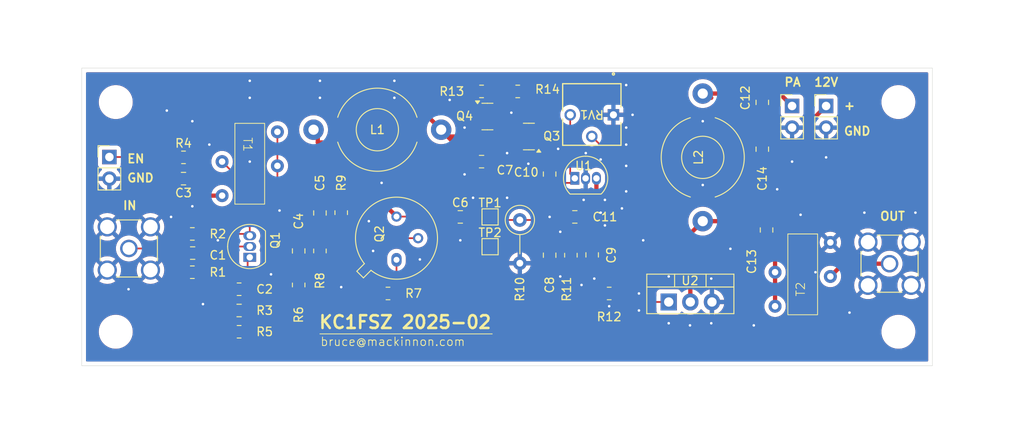
<source format=kicad_pcb>
(kicad_pcb (version 20240108) (generator "pcbnew") (generator_version "8.0")
  (title_block (title "5W PA + Driver") (date "2025-02-19") (rev "1") (company "Bruce MacKinnon, KC1FSZ") (comment 1 "Copyright (C) Bruce MacKinnon, 2025") (comment 2 "NOT FOR COMMERCIAL USE"))
  (layers (0 "F.Cu" signal) (31 "B.Cu" signal) (34 "B.Paste" user) (35 "F.Paste" user) (36 "B.SilkS" user "B.Silkscreen") (37 "F.SilkS" user "F.Silkscreen") (38 "B.Mask" user) (39 "F.Mask" user) (44 "Edge.Cuts" user))
  (net 0 "")
  (net 1 "Net-(J1-In)")
  (net 2 "Net-(Q1-B)")
  (net 3 "Net-(C2-Pad2)")
  (net 4 "Net-(Q1-E)")
  (net 5 "GND")
  (net 6 "Net-(Q2-B)")
  (net 7 "Net-(T1-AA)")
  (net 8 "Net-(C5-Pad2)")
  (net 9 "Net-(Q2-C)")
  (net 10 "DRIVE")
  (net 11 "+12V")
  (net 12 "Net-(C8-Pad2)")
  (net 13 "Net-(C9-Pad1)")
  (net 14 "Net-(U1-VO)")
  (net 15 "Net-(U2-D)")
  (net 16 "Net-(T2-AA)")
  (net 17 "Net-(J2-In)")
  (net 18 "Net-(Q1-C)")
  (net 19 "Net-(Q2-E)")
  (net 20 "Net-(U2-G)")
  (net 21 "VDD PA")
  (net 22 "/S1_VCC")
  (net 23 "+12V_SWITCHED")
  (net 24 "~{EN}")
  (net 25 "Net-(Q3-G)")
  (net 26 "Net-(Q4-E)")
  (footprint "Package_TO_SOT_SMD:SOT-23" (layer "F.Cu") (at 150.6875 75.7)
    (property "Reference" "Q4" (at -2.6875 -0.05 0) (layer "F.SilkS"))
    (property "Value" "MMBT3904")
    (pad "1" smd roundrect (at -0.9375 -0.95) (size 1.475 0.6) (layers "F.Cu" "F.Paste" "F.Mask") (net 24 "~{EN}"))
    (pad "2" smd roundrect (at -0.9375 0.95) (size 1.475 0.6) (layers "F.Cu" "F.Paste" "F.Mask") (net 26 "Net-(Q4-E)"))
    (pad "3" smd roundrect (at 0.9375 0) (size 1.475 0.6) (layers "F.Cu" "F.Paste" "F.Mask") (net 25 "Net-(Q3-G)"))
  )
  (footprint "Capacitor_SMD:C_0805_2012Metric_Pad1.18x1.45mm_HandSolder" (layer "F.Cu") (at 158 82.4625 90)
    (property "Reference" "C10" (at 0.2125 -2.75 180) (layer "F.SilkS"))
    (property "Value" "0.1uF")
    (pad "1" smd roundrect (at -1.0375 0 90) (size 1.175 1.45) (layers "F.Cu" "F.Paste" "F.Mask") (roundrect_rratio 0.212766) (net 14 "Net-(U1-VO)"))
    (pad "2" smd roundrect (at 1.0375 0 90) (size 1.175 1.45) (layers "F.Cu" "F.Paste" "F.Mask") (roundrect_rratio 0.212766) (net 5 "GND"))
  )
  (footprint "Resistor_SMD:R_0805_2012Metric_Pad1.20x1.40mm_HandSolder" (layer "F.Cu") (at 116 94 180)
    (property "Reference" "R1" (at -3 0 0) (layer "F.SilkS"))
    (property "Value" "510")
    (pad "1" smd roundrect (at -1 0 180) (size 1.2 1.4) (layers "F.Cu" "F.Paste" "F.Mask") (roundrect_rratio 0.208333) (net 2 "Net-(Q1-B)"))
    (pad "2" smd roundrect (at 1 0 180) (size 1.2 1.4) (layers "F.Cu" "F.Paste" "F.Mask") (roundrect_rratio 0.208333) (net 5 "GND"))
  )
  (footprint "Inductor_THT:L_Toroid_Horizontal_D9.5mm_P15.00mm_Diameter10-5mm_Amidon-T37" (layer "F.Cu") (at 176 73 -90)
    (property "Reference" "L2" (at 7.5 0.5 90) (layer "F.SilkS"))
    (property "Value" "12uH")
    (pad "1" thru_hole circle (at 0 0 270) (size 2.4 2.4) (drill 1.2) (layers "*.Cu" "*.Mask") (net 21 "VDD PA"))
    (pad "2" thru_hole circle (at 15 0 270) (size 2.4 2.4) (drill 1.2) (layers "*.Cu" "*.Mask") (net 15 "Net-(U2-D)"))
  )
  (footprint "Connector_PinHeader_2.54mm:PinHeader_1x02_P2.54mm_Vertical" (layer "F.Cu") (at 186.5 74.46)
    (property "Reference" "J4" (hide yes))
    (property "Value" "Conn_01x02")
    (pad "1" thru_hole rect (at 0 0) (size 1.7 1.7) (drill 1) (layers "*.Cu" "*.Mask") (net 21 "VDD PA"))
    (pad "2" thru_hole oval (at 0 2.54) (size 1.7 1.7) (drill 1) (layers "*.Cu" "*.Mask") (net 5 "GND"))
  )
  (footprint "Resistor_SMD:R_0805_2012Metric_Pad1.20x1.40mm_HandSolder" (layer "F.Cu") (at 150 72.75 180)
    (property "Reference" "R13" (at 3.5 0 0) (layer "F.SilkS"))
    (property "Value" "2.2k")
    (pad "1" smd roundrect (at -1 0 180) (size 1.2 1.4) (layers "F.Cu" "F.Paste" "F.Mask") (roundrect_rratio 0.208333) (net 26 "Net-(Q4-E)"))
    (pad "2" smd roundrect (at 1 0 180) (size 1.2 1.4) (layers "F.Cu" "F.Paste" "F.Mask") (roundrect_rratio 0.208333) (net 5 "GND"))
  )
  (footprint "Resistor_SMD:R_0805_2012Metric_Pad1.20x1.40mm_HandSolder" (layer "F.Cu") (at 133.5 87 90)
    (property "Reference" "R9" (at 3.5 0 90) (layer "F.SilkS"))
    (property "Value" "3k")
    (pad "1" smd roundrect (at -1 0 90) (size 1.2 1.4) (layers "F.Cu" "F.Paste" "F.Mask") (roundrect_rratio 0.208333) (net 8 "Net-(C5-Pad2)"))
    (pad "2" smd roundrect (at 1 0 90) (size 1.2 1.4) (layers "F.Cu" "F.Paste" "F.Mask") (roundrect_rratio 0.208333) (net 9 "Net-(Q2-C)"))
  )
  (footprint "Connector_PinHeader_2.54mm:PinHeader_1x02_P2.54mm_Vertical" (layer "F.Cu") (at 106.25 80.46)
    (property "Reference" "J5" (hide yes))
    (property "Value" "Conn_01x02")
    (pad "1" thru_hole rect (at 0 0) (size 1.7 1.7) (drill 1) (layers "*.Cu" "*.Mask") (net 24 "~{EN}"))
    (pad "2" thru_hole oval (at 0 2.54) (size 1.7 1.7) (drill 1) (layers "*.Cu" "*.Mask") (net 5 "GND"))
  )
  (footprint "Package_TO_SOT_THT:TO-92_Inline" (layer "F.Cu") (at 160.96 82.9625)
    (property "Reference" "U1" (at 1.04 -1.4625 0) (layer "F.SilkS"))
    (property "Value" "MC78L06_TO92")
    (pad "1" thru_hole rect (at 0 0) (size 1.05 1.5) (drill 0.75) (layers "*.Cu" "*.Mask") (net 14 "Net-(U1-VO)"))
    (pad "2" thru_hole oval (at 1.27 0) (size 1.05 1.5) (drill 0.75) (layers "*.Cu" "*.Mask") (net 5 "GND"))
    (pad "3" thru_hole oval (at 2.54 0) (size 1.05 1.5) (drill 0.75) (layers "*.Cu" "*.Mask") (net 23 "+12V_SWITCHED"))
  )
  (footprint "MountingHole:MountingHole_3.5mm" (layer "F.Cu") (at 199 101)
    (property "Reference" "H4" (hide yes))
    (property "Value" "MountingHole")
    (pad "" np_thru_hole circle (at 0 0) (size 3.5 3.5) (drill 3.5) (layers "*.Cu" "*.Mask"))
  )
  (footprint "Resistor_SMD:R_0805_2012Metric_Pad1.20x1.40mm_HandSolder" (layer "F.Cu") (at 131 91.5 -90)
    (property "Reference" "R8" (at 3.5 0 90) (layer "F.SilkS"))
    (property "Value" "3k")
    (pad "1" smd roundrect (at -1 0 270) (size 1.2 1.4) (layers "F.Cu" "F.Paste" "F.Mask") (roundrect_rratio 0.208333) (net 7 "Net-(T1-AA)"))
    (pad "2" smd roundrect (at 1 0 270) (size 1.2 1.4) (layers "F.Cu" "F.Paste" "F.Mask") (roundrect_rratio 0.208333) (net 6 "Net-(Q2-B)"))
  )
  (footprint "Capacitor_SMD:C_0805_2012Metric_Pad1.18x1.45mm_HandSolder" (layer "F.Cu") (at 150 81)
    (property "Reference" "C7" (at 2.75 1 0) (layer "F.SilkS"))
    (property "Value" "0.1uF")
    (pad "1" smd roundrect (at -1.0375 0) (size 1.175 1.45) (layers "F.Cu" "F.Paste" "F.Mask") (roundrect_rratio 0.212766) (net 23 "+12V_SWITCHED"))
    (pad "2" smd roundrect (at 1.0375 0) (size 1.175 1.45) (layers "F.Cu" "F.Paste" "F.Mask") (roundrect_rratio 0.212766) (net 5 "GND"))
  )
  (footprint "Resistor_SMD:R_0805_2012Metric_Pad1.20x1.40mm_HandSolder" (layer "F.Cu") (at 154.25 72.75 180)
    (property "Reference" "R14" (at -3.5 0.25 0) (layer "F.SilkS"))
    (property "Value" "10k")
    (pad "1" smd roundrect (at -1 0 180) (size 1.2 1.4) (layers "F.Cu" "F.Paste" "F.Mask") (roundrect_rratio 0.208333) (net 11 "+12V"))
    (pad "2" smd roundrect (at 1 0 180) (size 1.2 1.4) (layers "F.Cu" "F.Paste" "F.Mask") (roundrect_rratio 0.208333) (net 25 "Net-(Q3-G)"))
  )
  (footprint "Capacitor_SMD:C_0805_2012Metric_Pad1.18x1.45mm_HandSolder" (layer "F.Cu") (at 183 79.5375 -90)
    (property "Reference" "C14" (at 3.4625 0 90) (layer "F.SilkS"))
    (property "Value" "0.1uF")
    (pad "1" smd roundrect (at -1.0375 0 270) (size 1.175 1.45) (layers "F.Cu" "F.Paste" "F.Mask") (roundrect_rratio 0.212766) (net 11 "+12V"))
    (pad "2" smd roundrect (at 1.0375 0 270) (size 1.175 1.45) (layers "F.Cu" "F.Paste" "F.Mask") (roundrect_rratio 0.212766) (net 5 "GND"))
  )
  (footprint "Package_TO_SOT_SMD:SOT-23" (layer "F.Cu") (at 155.5625 78.05 180)
    (property "Reference" "Q3" (at -2.6875 0.05 0) (layer "F.SilkS"))
    (property "Value" "FDN340P")
    (pad "1" smd roundrect (at -0.9375 -0.95 180) (size 1.475 0.6) (layers "F.Cu" "F.Paste" "F.Mask") (net 25 "Net-(Q3-G)"))
    (pad "2" smd roundrect (at -0.9375 0.95 180) (size 1.475 0.6) (layers "F.Cu" "F.Paste" "F.Mask") (net 11 "+12V"))
    (pad "3" smd roundrect (at 0.9375 0 180) (size 1.475 0.6) (layers "F.Cu" "F.Paste" "F.Mask") (net 23 "+12V_SWITCHED"))
  )
  (footprint "Inductor_THT:L_Toroid_Horizontal_D9.5mm_P15.00mm_Diameter10-5mm_Amidon-T37" (layer "F.Cu") (at 145.25 77.25 180)
    (property "Reference" "L1" (at 7.5 0 0) (layer "F.SilkS"))
    (property "Value" "15uH")
    (pad "1" thru_hole circle (at 0 0 180) (size 2.4 2.4) (drill 1.2) (layers "*.Cu" "*.Mask") (net 23 "+12V_SWITCHED"))
    (pad "2" thru_hole circle (at 15 0 180) (size 2.4 2.4) (drill 1.2) (layers "*.Cu" "*.Mask") (net 9 "Net-(Q2-C)"))
  )
  (footprint "Capacitor_SMD:C_0805_2012Metric_Pad1.18x1.45mm_HandSolder" (layer "F.Cu") (at 160.9625 87.5 180)
    (property "Reference" "C11" (at -3.5375 0 0) (layer "F.SilkS"))
    (property "Value" "0.33uF")
    (pad "1" smd roundrect (at -1.0375 0 180) (size 1.175 1.45) (layers "F.Cu" "F.Paste" "F.Mask") (roundrect_rratio 0.212766) (net 23 "+12V_SWITCHED"))
    (pad "2" smd roundrect (at 1.0375 0 180) (size 1.175 1.45) (layers "F.Cu" "F.Paste" "F.Mask") (roundrect_rratio 0.212766) (net 5 "GND"))
  )
  (footprint "MountingHole:MountingHole_3.5mm" (layer "F.Cu") (at 107 101)
    (property "Reference" "H2" (hide yes))
    (property "Value" "MountingHole")
    (pad "" np_thru_hole circle (at 0 0) (size 3.5 3.5) (drill 3.5) (layers "*.Cu" "*.Mask"))
  )
  (footprint "Resistor_SMD:R_0805_2012Metric_Pad1.20x1.40mm_HandSolder" (layer "F.Cu") (at 139 96.5 180)
    (property "Reference" "R7" (at -3 0 0) (layer "F.SilkS"))
    (property "Value" "3.9")
    (pad "1" smd roundrect (at -1 0 180) (size 1.2 1.4) (layers "F.Cu" "F.Paste" "F.Mask") (roundrect_rratio 0.208333) (net 19 "Net-(Q2-E)"))
    (pad "2" smd roundrect (at 1 0 180) (size 1.2 1.4) (layers "F.Cu" "F.Paste" "F.Mask") (roundrect_rratio 0.208333) (net 5 "GND"))
  )
  (footprint "Package_TO_SOT_THT:TO-39-3" (layer "F.Cu") (at 140 92.54 90)
    (property "Reference" "Q2" (at 3.04 -2 90) (layer "F.SilkS"))
    (property "Value" "2N2219")
    (pad "1" thru_hole oval (at 0 0 90) (size 1.6 1.2) (drill 0.7) (layers "*.Cu" "*.Mask") (net 19 "Net-(Q2-E)"))
    (pad "2" thru_hole oval (at 2.54 2.54 90) (size 1.2 1.2) (drill 0.7) (layers "*.Cu" "*.Mask") (net 6 "Net-(Q2-B)"))
    (pad "3" thru_hole oval (at 5.08 0 90) (size 1.2 1.2) (drill 0.7) (layers "*.Cu" "*.Mask") (net 9 "Net-(Q2-C)"))
  )
  (footprint "Capacitor_SMD:C_0805_2012Metric_Pad1.18x1.45mm_HandSolder" (layer "F.Cu") (at 183.5 89.0375 -90)
    (property "Reference" "C13" (at 3.7125 1.75 90) (layer "F.SilkS"))
    (property "Value" "0.1uF (High Voltage)")
    (pad "1" smd roundrect (at -1.0375 0 270) (size 1.175 1.45) (layers "F.Cu" "F.Paste" "F.Mask") (roundrect_rratio 0.212766) (net 15 "Net-(U2-D)"))
    (pad "2" smd roundrect (at 1.0375 0 270) (size 1.175 1.45) (layers "F.Cu" "F.Paste" "F.Mask") (roundrect_rratio 0.212766) (net 16 "Net-(T2-AA)"))
  )
  (footprint "TestPoint:TestPoint_Pad_1.5x1.5mm" (layer "F.Cu") (at 151 91)
    (property "Reference" "TP2" (at 0 -1.648 0) (layer "F.SilkS"))
    (property "Value" "TestPoint")
    (pad "1" smd rect (at 0 0) (size 1.5 1.5) (layers "F.Cu" "F.Mask") (net 5 "GND"))
  )
  (footprint "Package_TO_SOT_THT:TO-92_Inline" (layer "F.Cu") (at 122.75 92.25 90)
    (property "Reference" "Q1" (at 2 3 90) (layer "F.SilkS"))
    (property "Value" "2N3904")
    (pad "1" thru_hole rect (at 0 0 90) (size 1.05 1.5) (drill 0.75) (layers "*.Cu" "*.Mask") (net 4 "Net-(Q1-E)"))
    (pad "2" thru_hole oval (at 1.27 0 90) (size 1.05 1.5) (drill 0.75) (layers "*.Cu" "*.Mask") (net 2 "Net-(Q1-B)"))
    (pad "3" thru_hole oval (at 2.54 0 90) (size 1.05 1.5) (drill 0.75) (layers "*.Cu" "*.Mask") (net 18 "Net-(Q1-C)"))
  )
  (footprint "Resistor_SMD:R_0805_2012Metric_Pad1.20x1.40mm_HandSolder" (layer "F.Cu") (at 160.5 92 90)
    (property "Reference" "R11" (at -4 -0.5 90) (layer "F.SilkS"))
    (property "Value" "10k")
    (pad "1" smd roundrect (at -1 0 90) (size 1.2 1.4) (layers "F.Cu" "F.Paste" "F.Mask") (roundrect_rratio 0.208333) (net 12 "Net-(C8-Pad2)"))
    (pad "2" smd roundrect (at 1 0 90) (size 1.2 1.4) (layers "F.Cu" "F.Paste" "F.Mask") (roundrect_rratio 0.208333) (net 13 "Net-(C9-Pad1)"))
  )
  (footprint "TestPoint:TestPoint_Pad_1.5x1.5mm" (layer "F.Cu") (at 151 87.5)
    (property "Reference" "TP1" (at 0 -1.648 0) (layer "F.SilkS"))
    (property "Value" "TestPoint")
    (pad "1" smd rect (at 0 0) (size 1.5 1.5) (layers "F.Cu" "F.Mask") (net 10 "DRIVE"))
  )
  (footprint "Capacitor_SMD:C_0805_2012Metric_Pad1.18x1.45mm_HandSolder" (layer "F.Cu") (at 121.5 98.5)
    (property "Reference" "C2" (at 3 -2.5 0) (layer "F.SilkS"))
    (property "Value" "NC")
    (pad "1" smd roundrect (at -1.0375 0) (size 1.175 1.45) (layers "F.Cu" "F.Paste" "F.Mask") (roundrect_rratio 0.212766) (net 4 "Net-(Q1-E)"))
    (pad "2" smd roundrect (at 1.0375 0) (size 1.175 1.45) (layers "F.Cu" "F.Paste" "F.Mask") (roundrect_rratio 0.212766) (net 3 "Net-(C2-Pad2)"))
  )
  (footprint "Capacitor_SMD:C_0805_2012Metric_Pad1.18x1.45mm_HandSolder" (layer "F.Cu") (at 116.0375 91.75)
    (property "Reference" "C1" (at 2.9625 0.25 0) (layer "F.SilkS"))
    (property "Value" "0.1uF")
    (pad "1" smd roundrect (at -1.0375 0) (size 1.175 1.45) (layers "F.Cu" "F.Paste" "F.Mask") (roundrect_rratio 0.212766) (net 1 "Net-(J1-In)"))
    (pad "2" smd roundrect (at 1.0375 0) (size 1.175 1.45) (layers "F.Cu" "F.Paste" "F.Mask") (roundrect_rratio 0.212766) (net 2 "Net-(Q1-B)"))
  )
  (footprint "Capacitor_SMD:C_0805_2012Metric_Pad1.18x1.45mm_HandSolder" (layer "F.Cu") (at 147.5 87.5)
    (property "Reference" "C6" (at 0 -1.68 0) (layer "F.SilkS"))
    (property "Value" "0.1uF")
    (pad "1" smd roundrect (at -1.0375 0) (size 1.175 1.45) (layers "F.Cu" "F.Paste" "F.Mask") (roundrect_rratio 0.212766) (net 9 "Net-(Q2-C)"))
    (pad "2" smd roundrect (at 1.0375 0) (size 1.175 1.45) (layers "F.Cu" "F.Paste" "F.Mask") (roundrect_rratio 0.212766) (net 10 "DRIVE"))
  )
  (footprint "Capacitor_SMD:C_0805_2012Metric_Pad1.18x1.45mm_HandSolder" (layer "F.Cu") (at 158 92 -90)
    (property "Reference" "C8" (at 3.5 0 90) (layer "F.SilkS"))
    (property "Value" "0.1uF")
    (pad "1" smd roundrect (at -1.0375 0 270) (size 1.175 1.45) (layers "F.Cu" "F.Paste" "F.Mask") (roundrect_rratio 0.212766) (net 10 "DRIVE"))
    (pad "2" smd roundrect (at 1.0375 0 270) (size 1.175 1.45) (layers "F.Cu" "F.Paste" "F.Mask") (roundrect_rratio 0.212766) (net 12 "Net-(C8-Pad2)"))
  )
  (footprint "bruce-footprints:FT37-43 Bifilar" (layer "F.Cu") (at 187.5 94 90)
    (property "Reference" "T2" (at -2 0 90) (layer "F.SilkS") (effects (font (thickness 0.1))))
    (property "Value" "Bifilar Toroid")
    (pad "1" thru_hole circle (at -4 -3 90) (size 1.524 1.524) (drill 0.762) (layers "*.Cu" "*.Mask") (net 16 "Net-(T2-AA)"))
    (pad "2" thru_hole circle (at -0.5 3.5 90) (size 1.524 1.524) (drill 0.762) (layers "*.Cu" "*.Mask") (net 17 "Net-(J2-In)"))
    (pad "3" thru_hole circle (at 0 -3 90) (size 1.524 1.524) (drill 0.762) (layers "*.Cu" "*.Mask") (net 16 "Net-(T2-AA)"))
    (pad "4" thru_hole circle (at 3.5 3.5 90) (size 1.524 1.524) (drill 0.762) (layers "*.Cu" "*.Mask") (net 5 "GND"))
  )
  (footprint "bruce-footprints:FT37-43 Bifilar" (layer "F.Cu") (at 123 81.5 -90)
    (property "Reference" "T1" (at -2.5 0.5 -90) (layer "F.SilkS") (effects (font (thickness 0.1))))
    (property "Value" "Bifilar Toroid")
    (pad "1" thru_hole circle (at -4 -3 270) (size 1.524 1.524) (drill 0.762) (layers "*.Cu" "*.Mask") (net 7 "Net-(T1-AA)"))
    (pad "2" thru_hole circle (at -0.5 3.5 270) (size 1.524 1.524) (drill 0.762) (layers "*.Cu" "*.Mask") (net 18 "Net-(Q1-C)"))
    (pad "3" thru_hole circle (at 0 -3 270) (size 1.524 1.524) (drill 0.762) (layers "*.Cu" "*.Mask") (net 7 "Net-(T1-AA)"))
    (pad "4" thru_hole circle (at 3.5 3.5 270) (size 1.524 1.524) (drill 0.762) (layers "*.Cu" "*.Mask") (net 22 "/S1_VCC"))
  )
  (footprint "MountingHole:MountingHole_3.5mm" (layer "F.Cu") (at 199 74)
    (property "Reference" "H3" (hide yes))
    (property "Value" "MountingHole")
    (pad "" np_thru_hole circle (at 0 0) (size 3.5 3.5) (drill 3.5) (layers "*.Cu" "*.Mask"))
  )
  (footprint "MountingHole:MountingHole_3.5mm" (layer "F.Cu") (at 107 74)
    (property "Reference" "H1" (hide yes))
    (property "Value" "MountingHole")
    (pad "" np_thru_hole circle (at 0 0) (size 3.5 3.5) (drill 3.5) (layers "*.Cu" "*.Mask"))
  )
  (footprint "Capacitor_SMD:C_0805_2012Metric_Pad1.18x1.45mm_HandSolder" (layer "F.Cu") (at 114.9625 83 180)
    (property "Reference" "C3" (at 0 -1.68 0) (layer "F.SilkS"))
    (property "Value" "0.1uF")
    (pad "1" smd roundrect (at -1.0375 0 180) (size 1.175 1.45) (layers "F.Cu" "F.Paste" "F.Mask") (roundrect_rratio 0.212766) (net 22 "/S1_VCC"))
    (pad "2" smd roundrect (at 1.0375 0 180) (size 1.175 1.45) (layers "F.Cu" "F.Paste" "F.Mask") (roundrect_rratio 0.212766) (net 5 "GND"))
  )
  (footprint "Resistor_THT:R_Axial_DIN0309_L9.0mm_D3.2mm_P5.08mm_Vertical" (layer "F.Cu") (at 154.5 87.86 -90)
    (property "Reference" "R10" (at 8.14 0 -90) (layer "F.SilkS"))
    (property "Value" "51")
    (pad "1" thru_hole circle (at 0 0 270) (size 1.6 1.6) (drill 0.8) (layers "*.Cu" "*.Mask") (net 10 "DRIVE"))
    (pad "2" thru_hole oval (at 5.08 0 270) (size 1.6 1.6) (drill 0.8) (layers "*.Cu" "*.Mask") (net 5 "GND"))
  )
  (footprint "Resistor_SMD:R_0805_2012Metric_Pad1.20x1.40mm_HandSolder" (layer "F.Cu") (at 128.5 95.5 -90)
    (property "Reference" "R6" (at 3.5 0 90) (layer "F.SilkS"))
    (property "Value" "300")
    (pad "1" smd roundrect (at -1 0 270) (size 1.2 1.4) (layers "F.Cu" "F.Paste" "F.Mask") (roundrect_rratio 0.208333) (net 6 "Net-(Q2-B)"))
    (pad "2" smd roundrect (at 1 0 270) (size 1.2 1.4) (layers "F.Cu" "F.Paste" "F.Mask") (roundrect_rratio 0.208333) (net 5 "GND"))
  )
  (footprint "Resistor_SMD:R_0805_2012Metric_Pad1.20x1.40mm_HandSolder" (layer "F.Cu") (at 121.5 101 180)
    (property "Reference" "R5" (at -3 0 0) (layer "F.SilkS"))
    (property "Value" "NC")
    (pad "1" smd roundrect (at -1 0 180) (size 1.2 1.4) (layers "F.Cu" "F.Paste" "F.Mask") (roundrect_rratio 0.208333) (net 3 "Net-(C2-Pad2)"))
    (pad "2" smd roundrect (at 1 0 180) (size 1.2 1.4) (layers "F.Cu" "F.Paste" "F.Mask") (roundrect_rratio 0.208333) (net 5 "GND"))
  )
  (footprint "Resistor_SMD:R_0805_2012Metric_Pad1.20x1.40mm_HandSolder" (layer "F.Cu") (at 114.9625 80.5)
    (property "Reference" "R4" (at 0 -1.65 0) (layer "F.SilkS"))
    (property "Value" "22")
    (pad "1" smd roundrect (at -1 0) (size 1.2 1.4) (layers "F.Cu" "F.Paste" "F.Mask") (roundrect_rratio 0.208333) (net 23 "+12V_SWITCHED"))
    (pad "2" smd roundrect (at 1 0) (size 1.2 1.4) (layers "F.Cu" "F.Paste" "F.Mask") (roundrect_rratio 0.208333) (net 22 "/S1_VCC"))
  )
  (footprint "bruce-footprints:POT_3362P" (layer "F.Cu") (at 165.5 75.5 180)
    (property "Reference" "RV1" (at 2.54 0.0381 180) (layer "F.SilkS"))
    (property "Value" "5k")
    (pad "1" thru_hole rect (at 0 0 180) (size 1.3462 1.3462) (drill 0.8382) (layers "*.Cu" "*.Mask") (net 5 "GND"))
    (pad "2" thru_hole circle (at 2.54 -2.54 180) (size 1.3462 1.3462) (drill 0.8382) (layers "*.Cu" "*.Mask") (net 13 "Net-(C9-Pad1)"))
    (pad "3" thru_hole circle (at 5.08 0 180) (size 1.3462 1.3462) (drill 0.8382) (layers "*.Cu" "*.Mask") (net 14 "Net-(U1-VO)"))
  )
  (footprint "Capacitor_SMD:C_0805_2012Metric_Pad1.18x1.45mm_HandSolder" (layer "F.Cu") (at 183 74.0375 -90)
    (property "Reference" "C12" (at -0.5375 2 90) (layer "F.SilkS"))
    (property "Value" "0.1uF")
    (pad "1" smd roundrect (at -1.0375 0 270) (size 1.175 1.45) (layers "F.Cu" "F.Paste" "F.Mask") (roundrect_rratio 0.212766) (net 21 "VDD PA"))
    (pad "2" smd roundrect (at 1.0375 0 270) (size 1.175 1.45) (layers "F.Cu" "F.Paste" "F.Mask") (roundrect_rratio 0.212766) (net 5 "GND"))
  )
  (footprint "Capacitor_SMD:C_0805_2012Metric_Pad1.18x1.45mm_HandSolder" (layer "F.Cu") (at 128.5 91.5 -90)
    (property "Reference" "C4" (at -3.5 0 90) (layer "F.SilkS"))
    (property "Value" "0.1uF")
    (pad "1" smd roundrect (at -1.0375 0 270) (size 1.175 1.45) (layers "F.Cu" "F.Paste" "F.Mask") (roundrect_rratio 0.212766) (net 7 "Net-(T1-AA)"))
    (pad "2" smd roundrect (at 1.0375 0 270) (size 1.175 1.45) (layers "F.Cu" "F.Paste" "F.Mask") (roundrect_rratio 0.212766) (net 6 "Net-(Q2-B)"))
  )
  (footprint "Capacitor_SMD:C_0805_2012Metric_Pad1.18x1.45mm_HandSolder" (layer "F.Cu") (at 163 91.9625 -90)
    (property "Reference" "C9" (at 0.0375 -2.25 90) (layer "F.SilkS"))
    (property "Value" "0.1uF")
    (pad "1" smd roundrect (at -1.0375 0 270) (size 1.175 1.45) (layers "F.Cu" "F.Paste" "F.Mask") (roundrect_rratio 0.212766) (net 13 "Net-(C9-Pad1)"))
    (pad "2" smd roundrect (at 1.0375 0 270) (size 1.175 1.45) (layers "F.Cu" "F.Paste" "F.Mask") (roundrect_rratio 0.212766) (net 5 "GND"))
  )
  (footprint "Connector_Coaxial:SMA_Amphenol_901-144_Vertical" (layer "F.Cu") (at 197.96 93)
    (property "Reference" "J2" (hide yes))
    (property "Value" "Conn_Coaxial")
    (pad "1" thru_hole circle (at 0 0) (size 2.05 2.05) (drill 1.5) (layers "*.Cu" "*.Mask") (net 17 "Net-(J2-In)"))
    (pad "2" thru_hole circle (at -2.54 -2.54) (size 2.25 2.25) (drill 1.7) (layers "*.Cu" "*.Mask") (net 5 "GND"))
    (pad "2" thru_hole circle (at -2.54 2.54) (size 2.25 2.25) (drill 1.7) (layers "*.Cu" "*.Mask") (net 5 "GND"))
    (pad "2" thru_hole circle (at 2.54 -2.54) (size 2.25 2.25) (drill 1.7) (layers "*.Cu" "*.Mask") (net 5 "GND"))
    (pad "2" thru_hole circle (at 2.54 2.54) (size 2.25 2.25) (drill 1.7) (layers "*.Cu" "*.Mask") (net 5 "GND"))
  )
  (footprint "Connector_PinHeader_2.54mm:PinHeader_1x02_P2.54mm_Vertical" (layer "F.Cu") (at 190.5 74.46)
    (property "Reference" "J3" (hide yes))
    (property "Value" "Conn_01x02")
    (pad "1" thru_hole rect (at 0 0) (size 1.7 1.7) (drill 1) (layers "*.Cu" "*.Mask") (net 11 "+12V"))
    (pad "2" thru_hole oval (at 0 2.54) (size 1.7 1.7) (drill 1) (layers "*.Cu" "*.Mask") (net 5 "GND"))
  )
  (footprint "Package_TO_SOT_THT:TO-220-3_Vertical" (layer "F.Cu") (at 172 97.5)
    (property "Reference" "U2" (at 2.5 -2.5 0) (layer "F.SilkS"))
    (property "Value" "IRF510PBF")
    (pad "1" thru_hole rect (at 0 0) (size 1.905 2) (drill 1.1) (layers "*.Cu" "*.Mask") (net 20 "Net-(U2-G)"))
    (pad "2" thru_hole oval (at 2.54 0) (size 1.905 2) (drill 1.1) (layers "*.Cu" "*.Mask") (net 15 "Net-(U2-D)"))
    (pad "3" thru_hole oval (at 5.08 0) (size 1.905 2) (drill 1.1) (layers "*.Cu" "*.Mask") (net 5 "GND"))
  )
  (footprint "Connector_Coaxial:SMA_Amphenol_901-144_Vertical" (layer "F.Cu") (at 108.54 91.21)
    (property "Reference" "J1" (hide yes))
    (property "Value" "Conn_Coaxial")
    (pad "1" thru_hole circle (at 0 0) (size 2.05 2.05) (drill 1.5) (layers "*.Cu" "*.Mask") (net 1 "Net-(J1-In)"))
    (pad "2" thru_hole circle (at -2.54 -2.54) (size 2.25 2.25) (drill 1.7) (layers "*.Cu" "*.Mask") (net 5 "GND"))
    (pad "2" thru_hole circle (at -2.54 2.54) (size 2.25 2.25) (drill 1.7) (layers "*.Cu" "*.Mask") (net 5 "GND"))
    (pad "2" thru_hole circle (at 2.54 -2.54) (size 2.25 2.25) (drill 1.7) (layers "*.Cu" "*.Mask") (net 5 "GND"))
    (pad "2" thru_hole circle (at 2.54 2.54) (size 2.25 2.25) (drill 1.7) (layers "*.Cu" "*.Mask") (net 5 "GND"))
  )
  (footprint "Capacitor_SMD:C_0805_2012Metric_Pad1.18x1.45mm_HandSolder" (layer "F.Cu") (at 131 87.0375 90)
    (property "Reference" "C5" (at 3.5375 0 90) (layer "F.SilkS"))
    (property "Value" "0.1uF")
    (pad "1" smd roundrect (at -1.0375 0 90) (size 1.175 1.45) (layers "F.Cu" "F.Paste" "F.Mask") (roundrect_rratio 0.212766) (net 7 "Net-(T1-AA)"))
    (pad "2" smd roundrect (at 1.0375 0 90) (size 1.175 1.45) (layers "F.Cu" "F.Paste" "F.Mask") (roundrect_rratio 0.212766) (net 8 "Net-(C5-Pad2)"))
  )
  (footprint "Resistor_SMD:R_0805_2012Metric_Pad1.20x1.40mm_HandSolder" (layer "F.Cu") (at 165 96.5)
    (property "Reference" "R12" (at 0 2.75 0) (layer "F.SilkS"))
    (property "Value" "10")
    (pad "1" smd roundrect (at -1 0) (size 1.2 1.4) (layers "F.Cu" "F.Paste" "F.Mask") (roundrect_rratio 0.208333) (net 12 "Net-(C8-Pad2)"))
    (pad "2" smd roundrect (at 1 0) (size 1.2 1.4) (layers "F.Cu" "F.Paste" "F.Mask") (roundrect_rratio 0.208333) (net 20 "Net-(U2-G)"))
  )
  (footprint "Resistor_SMD:R_0805_2012Metric_Pad1.20x1.40mm_HandSolder" (layer "F.Cu") (at 116 89.5)
    (property "Reference" "R2" (at 3 0 0) (layer "F.SilkS"))
    (property "Value" "3k")
    (pad "1" smd roundrect (at -1 0) (size 1.2 1.4) (layers "F.Cu" "F.Paste" "F.Mask") (roundrect_rratio 0.208333) (net 2 "Net-(Q1-B)"))
    (pad "2" smd roundrect (at 1 0) (size 1.2 1.4) (layers "F.Cu" "F.Paste" "F.Mask") (roundrect_rratio 0.208333) (net 18 "Net-(Q1-C)"))
  )
  (footprint "Resistor_SMD:R_0805_2012Metric_Pad1.20x1.40mm_HandSolder" (layer "F.Cu") (at 121.5 96 180)
    (property "Reference" "R3" (at -3 -2.5 0) (layer "F.SilkS"))
    (property "Value" "22")
    (pad "1" smd roundrect (at -1 0 180) (size 1.2 1.4) (layers "F.Cu" "F.Paste" "F.Mask") (roundrect_rratio 0.208333) (net 4 "Net-(Q1-E)"))
    (pad "2" smd roundrect (at 1 0 180) (size 1.2 1.4) (layers "F.Cu" "F.Paste" "F.Mask") (roundrect_rratio 0.208333) (net 5 "GND"))
  )
  (gr_line (start 131 101.25) (end 151.25 101.25) (stroke (width 0.1)) (layer "F.SilkS"))
  (gr_rect (start 103 70) (end 203 105) (stroke (width 0.05)) (fill none) (layer "Edge.Cuts"))
  (gr_text "12V" (at 189 72.25 0) (layer "F.SilkS") (effects (font (size 1 1) (thickness 0.2) (bold yes)) (justify left bottom)))
  (gr_text "KC1FSZ 2025-02" (at 130.75 100.75 0) (layer "F.SilkS") (effects (font (size 1.5 1.5) (thickness 0.3) (bold yes)) (justify left bottom)))
  (gr_text "PA" (at 185.5 72.25 0) (layer "F.SilkS") (effects (font (size 1 1) (thickness 0.2) (bold yes)) (justify left bottom)))
  (gr_text "OUT" (at 196.75 88 0) (layer "F.SilkS") (effects (font (size 1 1) (thickness 0.2) (bold yes)) (justify left bottom)))
  (gr_text "IN" (at 107.75 86.75 0) (layer "F.SilkS") (effects (font (size 1 1) (thickness 0.2) (bold yes)) (justify left bottom)))
  (gr_text "bruce@mackinnon.com" (at 131 102.75 0) (layer "F.SilkS") (effects (font (size 1 1) (thickness 0.1)) (justify left bottom)))
  (gr_text "GND" (at 192.5 78 0) (layer "F.SilkS") (effects (font (size 1 1) (thickness 0.2) (bold yes)) (justify left bottom)))
  (gr_text "+" (at 192.5 75 0) (layer "F.SilkS") (effects (font (size 1 1) (thickness 0.2) (bold yes)) (justify left bottom)))
  (gr_text "GND" (at 108.25 83.5 0) (layer "F.SilkS") (effects (font (size 1 1) (thickness 0.2) (bold yes)) (justify left bottom)))
  (gr_text "EN" (at 108.25 81.25 0) (layer "F.SilkS") (effects (font (size 1 1) (thickness 0.2) (bold yes)) (justify left bottom)))
  (segment (start 108.54 91.21) (end 114.46 91.21) (width 0.2) (layer "F.Cu") (net 1))
  (segment (start 114.46 91.21) (end 115 91.75) (width 0.2) (layer "F.Cu") (net 1))
  (segment (start 117.845 90.98) (end 117.075 91.75) (width 0.2) (layer "F.Cu") (net 2))
  (segment (start 117.075 91.75) (end 117.25 91.75) (width 0.2) (layer "F.Cu") (net 2))
  (segment (start 117 93.5) (end 117.075 93.425) (width 0.2) (layer "F.Cu") (net 2))
  (segment (start 122.75 90.98) (end 117.845 90.98) (width 0.2) (layer "F.Cu") (net 2))
  (segment (start 117.075 93.425) (end 117.075 91.75) (width 0.2) (layer "F.Cu") (net 2))
  (segment (start 117 94) (end 117 93.5) (width 0.2) (layer "F.Cu") (net 2))
  (segment (start 115 89.5) (end 115 89.675) (width 0.2) (layer "F.Cu") (net 2))
  (segment (start 115 89.675) (end 117.075 91.75) (width 0.2) (layer "F.Cu") (net 2))
  (segment (start 122.5375 100.9625) (end 122.5 101) (width 0.2) (layer "F.Cu") (net 3))
  (segment (start 122.5375 98.5) (end 122.5375 100.9625) (width 0.2) (layer "F.Cu") (net 3))
  (segment (start 122 96.9625) (end 120.4625 98.5) (width 0.2) (layer "F.Cu") (net 4))
  (segment (start 122 96.5) (end 122 96.9625) (width 0.2) (layer "F.Cu") (net 4))
  (segment (start 122.5 96) (end 122 96.5) (width 0.2) (layer "F.Cu") (net 4))
  (segment (start 122.5 92.5) (end 122.75 92.25) (width 0.2) (layer "F.Cu") (net 4))
  (segment (start 122.5 96) (end 122.5 92.5) (width 0.2) (layer "F.Cu") (net 4))
  (via (at 122.75 81) (size 0.6) (drill 0.3) (layers "F.Cu" "B.Cu") (net 5))
  (via (at 177 94.75) (size 0.6) (drill 0.3) (layers "F.Cu" "B.Cu") (net 5))
  (via (at 179.25 91.25) (size 0.6) (drill 0.3) (layers "F.Cu" "B.Cu") (net 5))
  (via (at 159.25 89.25) (size 0.6) (drill 0.3) (layers "F.Cu" "B.Cu") (net 5))
  (via (at 193.25 98.75) (size 0.6) (drill 0.3) (layers "F.Cu" "B.Cu") (net 5))
  (via (at 153 85.25) (size 0.6) (drill 0.3) (layers "F.Cu" "B.Cu") (net 5))
  (via (at 167 79) (size 0.6) (drill 0.3) (layers "F.Cu" "B.Cu") (net 5))
  (via (at 142.75 92.5) (size 0.6) (drill 0.3) (layers "F.Cu" "B.Cu") (net 5))
  (via (at 113 75) (size 0.6) (drill 0.3) (layers "F.Cu" "B.Cu") (net 5))
  (via (at 164 80.75) (size 0.6) (drill 0.3) (layers "F.Cu" "B.Cu") (net 5))
  (via (at 147.5 90.25) (size 0.6) (drill 0.3) (layers "F.Cu" "B.Cu") (net 5))
  (via (at 119 90.25) (size 0.6) (drill 0.3) (layers "F.Cu" "B.Cu") (net 5))
  (via (at 195 87) (size 0.6) (drill 0.3) (layers "F.Cu" "B.Cu") (net 5))
  (via (at 201 87) (size 0.6) (drill 0.3) (layers "F.Cu" "B.Cu") (net 5))
  (via (at 164.5 85.5) (size 0.6) (drill 0.3) (layers "F.Cu" "B.Cu") (net 5))
  (via (at 172 94.5) (size 0.6) (drill 0.3) (layers "F.Cu" "B.Cu") (net 5))
  (via (at 182 100.25) (size 0.6) (drill 0.3) (layers "F.Cu" "B.Cu") (net 5))
  (via (at 149 85.25) (size 0.6) (drill 0.3) (layers "F.Cu" "B.Cu") (net 5))
  (via (at 172 100) (size 0.6) (drill 0.3) (layers "F.Cu" "B.Cu") (net 5))
  (via (at 131 73.5) (size 0.6) (drill 0.3) (layers "F.Cu" "B.Cu") (net 5))
  (via (at 148 77) (size 0.6) (drill 0.3) (layers "F.Cu" "B.Cu") (net 5))
  (via (at 167.75 75.5) (size 0.6) (drill 0.3) (layers "F.Cu" "B.Cu") (net 5))
  (via (at 153 80) (size 0.6) (drill 0.3) (layers "F.Cu" "B.Cu") (net 5))
  (via (at 108.5 96) (size 0.6) (drill 0.3) (layers "F.Cu" "B.Cu") (net 5))
  (via (at 116 76.25) (size 0.6) (drill 0.3) (layers "F.Cu" "B.Cu") (net 5))
  (via (at 131 71.5) (size 0.6) (drill 0.3) (layers "F.Cu" "B.Cu") (net 5))
  (via (at 158 87.5) (size 0.6) (drill 0.3) (layers "F.Cu" "B.Cu") (net 5))
  (via (at 168.5 98.5) (size 0.6) (drill 0.3) (layers "F.Cu" "B.Cu") (net 5))
  (via (at 164 87) (size 0.6) (drill 0.3) (layers "F.Cu" "B.Cu") (net 5))
  (via (at 148 82.5) (size 0.6) (drill 0.3) (layers "F.Cu" "B.Cu") (net 5))
  (via (at 138.25 83.5) (size 0.6) (drill 0.3) (layers "F.Cu" "B.Cu") (net 5))
  (via (at 137.25 91.5) (size 0.6) (drill 0.3) (layers "F.Cu" "B.Cu") (net 5))
  (via (at 167 72) (size 0.6) (drill 0.3) (layers "F.Cu" "B.Cu") (net 5))
  (via (at 159 79.5) (size 0.6) (drill 0.3) (layers "F.Cu" "B.Cu") (net 5))
  (via (at 167 81.5) (size 0.6) (drill 0.3) (layers "F.Cu" "B.Cu") (net 5))
  (via (at 168.5 96.5) (size 0.6) (drill 0.3) (layers "F.Cu" "B.Cu") (net 5))
  (via (at 117.25 97.75) (size 0.6) (drill 0.3) (layers "F.Cu" "B.Cu") (net 5))
  (via (at 167 77) (size 0.6) (drill 0.3) (layers "F.Cu" "B.Cu") (net 5))
  (via (at 177 100) (size 0.6) (drill 0.3) (layers "F.Cu" "B.Cu") (net 5))
  (via (at 176 83.75) (size 0.6) (drill 0.3) (layers "F.Cu" "B.Cu") (net 5))
  (via (at 136.75 88) (size 0.6) (drill 0.3) (layers "F.Cu" "B.Cu") (net 5))
  (via (at 165 98) (size 0.6) (drill 0.3) (layers "F.Cu" "B.Cu") (net 5))
  (via (at 155.5 81.25) (size 0.6) (drill 0.3) (layers "F.Cu" "B.Cu") (net 5))
  (via (at 126.25 86.75) (size 0.6) (drill 0.3) (layers "F.Cu" "B.Cu") (net 5))
  (via (at 139.75 71.5) (size 0.6) (drill 0.3) (layers "F.Cu" "B.Cu") (net 5))
  (via (at 146.25 73.75) (size 0.6) (drill 0.3) (layers "F.Cu" "B.Cu") (net 5))
  (via (at 139.75 73.5) (size 0.6) (drill 0.3) (layers "F.Cu" "B.Cu") (net 5))
  (via (at 133.5 95.75) (size 0.6) (drill 0.3) (layers "F.Cu" "B.Cu") (net 5))
  (via (at 187.5 87.25) (size 0.6) (drill 0.3) (layers "F.Cu" "B.Cu") (net 5))
  (via (at 164.5 88.5) (size 0.6) (drill 0.3) (layers "F.Cu" "B.Cu") (net 5))
  (via (at 189.25 94) (size 0.6) (drill 0.3) (layers "F.Cu" "B.Cu") (net 5))
  (via (at 162.25 80) (size 0.6) (drill 0.3) (layers "F.Cu" "B.Cu") (net 5))
  (via (at 176 76.25) (size 0.6) (drill 0.3) (layers "F.Cu" "B.Cu") (net 5))
  (via (at 174.5 100.25) (size 0.6) (drill 0.3) (layers "F.Cu" "B.Cu") (net 5))
  (via (at 167 84.5) (size 0.6) (drill 0.3) (layers "F.Cu" "B.Cu") (net 5))
  (via (at 122.75 71.5) (size 0.6) (drill 0.3) (layers "F.Cu" "B.Cu") (net 5))
  (via (at 162 85.5) (size 0.6) (drill 0.3) (layers "F.Cu" "B.Cu") (net 5))
  (via (at 153.5 75.25) (size 0.6) (drill 0.3) (layers "F.Cu" "B.Cu") (net 5))
  (via (at 163.25 94.75) (size 0.6) (drill 0.3) (layers "F.Cu" "B.Cu") (net 5))
  (via (at 118 79) (size 0.6) (drill 0.3) (layers "F.Cu" "B.Cu") (net 5))
  (via (at 169 90.25) (size 0.6) (drill 0.3) (layers "F.Cu" "B.Cu") (net 5))
  (via (at 116 86.25) (size 0.6) (drill 0.3) (layers "F.Cu" "B.Cu") (net 5))
  (via (at 122.75 73.5) (size 0.6) (drill 0.3) (layers "F.Cu" "B.Cu") (net 5))
  (via (at 125.25 94.25) (size 0.6) (drill 0.3) (layers "F.Cu" "B.Cu") (net 5))
  (via (at 166.5 86.5) (size 0.6) (drill 0.3) (layers "F.Cu" "B.Cu") (net 5))
  (via (at 159.25 94.5) (size 0.6) (drill 0.3) (layers "F.Cu" "B.Cu") (net 5))
  (via (at 161.75 95.5) (size 0.6) (drill 0.3) (layers "F.Cu" "B.Cu") (net 5))
  (via (at 184.75 84.25) (size 0.6) (drill 0.3) (layers "F.Cu" "B.Cu") (net 5))
  (via (at 190.5 80.5) (size 0.6) (drill 0.3) (layers "F.Cu" "B.Cu") (net 5))
  (via (at 186.5 81) (size 0.6) (drill 0.3) (layers "F.Cu" "B.Cu") (net 5))
  (via (at 113.5 87.5) (size 0.6) (drill 0.3) (layers "F.Cu" "B.Cu") (net 5))
  (segment (start 133.5 90) (end 131 92.5) (width 0.2) (layer "F.Cu") (net 6))
  (segment (start 128.5 92.5375) (end 128.5 94.5) (width 0.2) (layer "F.Cu") (net 6))
  (segment (start 128.5375 92.5) (end 128.5 92.5375) (width 0.2) (layer "F.Cu") (net 6))
  (segment (start 142.54 90) (end 133.5 90) (width 0.2) (layer "F.Cu") (net 6))
  (segment (start 131 92.5) (end 128.5375 92.5) (width 0.2) (layer "F.Cu") (net 6))
  (segment (start 130.9625 90.4625) (end 131 90.5) (width 0.2) (layer "F.Cu") (net 7))
  (segment (start 128.5 90.4625) (end 130.9625 90.4625) (width 0.2) (layer "F.Cu") (net 7))
  (segment (start 126 81.5) (end 126 83.075) (width 0.2) (layer "F.Cu") (net 7))
  (segment (start 131 90.5) (end 131 88.075) (width 0.2) (layer "F.Cu") (net 7))
  (segment (start 126 77.5) (end 126 81.5) (width 0.2) (layer "F.Cu") (net 7))
  (segment (start 126 83.075) (end 131 88.075) (width 0.2) (layer "F.Cu") (net 7))
  (segment (start 131 86) (end 131.5 86) (width 0.2) (layer "F.Cu") (net 8))
  (segment (start 131.5 86) (end 133.5 88) (width 0.2) (layer "F.Cu") (net 8))
  (segment (start 138.645 86.105) (end 136.5 83.96) (width 0.5) (layer "F.Cu") (net 9))
  (segment (start 138.645 86.105) (end 140 87.46) (width 0.5) (layer "F.Cu") (net 9))
  (segment (start 136.46 83.96) (end 131.25 78.75) (width 0.5) (layer "F.Cu") (net 9))
  (segment (start 131.25 78.75) (end 130.75 78.75) (width 0.5) (layer "F.Cu") (net 9))
  (segment (start 130.75 77.75) (end 130.25 77.25) (width 0.5) (layer "F.Cu") (net 9))
  (segment (start 138.54 86) (end 138.645 86.105) (width 0.5) (layer "F.Cu") (net 9))
  (segment (start 133.5 86) (end 138.54 86) (width 0.5) (layer "F.Cu") (net 9))
  (segment (start 140 87.46) (end 146.4225 87.46) (width 0.2) (layer "F.Cu") (net 9))
  (segment (start 130.75 78.75) (end 130.75 77.75) (width 0.5) (layer "F.Cu") (net 9))
  (segment (start 146.4225 87.46) (end 146.4625 87.5) (width 0.2) (layer "F.Cu") (net 9))
  (segment (start 136.5 83.96) (end 136.46 83.96) (width 0.5) (layer "F.Cu") (net 9))
  (segment (start 154.5 87.86) (end 155.8975 87.86) (width 0.2) (layer "F.Cu") (net 10))
  (segment (start 155.8975 87.86) (end 158 89.9625) (width 0.2) (layer "F.Cu") (net 10))
  (segment (start 151.86 87.86) (end 154.5 87.86) (width 0.2) (layer "F.Cu") (net 10))
  (segment (start 151 87.5) (end 151.5 87.5) (width 0.2) (layer "F.Cu") (net 10))
  (segment (start 148.5375 87.5) (end 151 87.5) (width 0.2) (layer "F.Cu") (net 10))
  (segment (start 151.5 87.5) (end 151.86 87.86) (width 0.2) (layer "F.Cu") (net 10))
  (segment (start 158 89.9625) (end 158 90.9625) (width 0.2) (layer "F.Cu") (net 10))
  (segment (start 156.5 77.1) (end 156.5 74.1375) (width 0.5) (layer "F.Cu") (net 11))
  (segment (start 173 78.5) (end 173 75.75) (width 0.5) (layer "F.Cu") (net 11))
  (segment (start 155.25 72.75) (end 155.3875 72.75) (width 0.5) (layer "F.Cu") (net 11))
  (segment (start 156.5 74.1375) (end 156.6375 74) (width 0.5) (layer "F.Cu") (net 11))
  (segment (start 190.5 74.46) (end 190.5 74.838478) (width 0.5) (layer "F.Cu") (net 11))
  (segment (start 173 75.75) (end 171.25 74) (width 0.5) (layer "F.Cu") (net 11))
  (segment (start 189 75.96) (end 189 78) (width 0.5) (layer "F.Cu") (net 11))
  (segment (start 171.25 74) (end 156.6375 74) (width 0.5) (layer "F.Cu") (net 11))
  (segment (start 189 78) (end 188.5 78.5) (width 0.5) (layer "F.Cu") (net 11))
  (segment (start 188.5 78.5) (end 173 78.5) (width 0.5) (layer "F.Cu") (net 11))
  (segment (start 155.3875 72.75) (end 156.6375 74) (width 0.5) (layer "F.Cu") (net 11))
  (segment (start 190.5 74.46) (end 189 75.96) (width 0.5) (layer "F.Cu") (net 11))
  (segment (start 160.5 93) (end 164 96.5) (width 0.2) (layer "F.Cu") (net 12))
  (segment (start 158 93.0375) (end 160.4625 93.0375) (width 0.2) (layer "F.Cu") (net 12))
  (segment (start 160.5 93) (end 160.4625 93.0375) (width 0.2) (layer "F.Cu") (net 12))
  (segment (start 162.925 91) (end 163 90.925) (width 0.2) (layer "F.Cu") (net 13))
  (segment (start 160.5 91) (end 162.925 91) (width 0.2) (layer "F.Cu") (net 13))
  (segment (start 165.5 80.58) (end 162.96 78.04) (width 0.2) (layer "F.Cu") (net 13))
  (segment (start 163 90.925) (end 163 89.151471) (width 0.2) (layer "F.Cu") (net 13))
  (segment (start 165.5 86.651471) (end 165.5 80.58) (width 0.2) (layer "F.Cu") (net 13))
  (segment (start 163 89.151471) (end 165.5 86.651471) (width 0.2) (layer "F.Cu") (net 13))
  (segment (start 158 83.5) (end 160.4225 83.5) (width 0.2) (layer "F.Cu") (net 14))
  (segment (start 160.4225 83.5) (end 160.96 82.9625) (width 0.2) (layer "F.Cu") (net 14))
  (segment (start 160.42 75.5) (end 160.42 82.4225) (width 0.2) (layer "F.Cu") (net 14))
  (segment (start 160.42 82.4225) (end 160.96 82.9625) (width 0.2) (layer "F.Cu") (net 14))
  (segment (start 174.54 97.5) (end 174.54 89.46) (width 0.5) (layer "F.Cu") (net 15))
  (segment (start 176 88) (end 183.5 88) (width 0.5) (layer "F.Cu") (net 15))
  (segment (start 174.54 89.46) (end 176 88) (width 0.5) (layer "F.Cu") (net 15))
  (segment (start 184.5 94) (end 184.5 92.5) (width 0.5) (layer "F.Cu") (net 16))
  (segment (start 183.5 90.075) (end 183.5 91.5) (width 0.5) (layer "F.Cu") (net 16))
  (segment (start 184.5 94) (end 184.5 98) (width 0.5) (layer "F.Cu") (net 16))
  (segment (start 184.5 92.5) (end 183.5 91.5) (width 0.5) (layer "F.Cu") (net 16))
  (segment (start 191 94.5) (end 192.5 93) (width 0.5) (layer "F.Cu") (net 17))
  (segment (start 192.5 93) (end 197.15 93) (width 0.5) (layer "F.Cu") (net 17))
  (segment (start 119.5 81) (end 121.75 83.25) (width 0.2) (layer "F.Cu") (net 18))
  (segment (start 121.75 87.75) (end 121.79 87.75) (width 0.2) (layer "F.Cu") (net 18))
  (segment (start 122.75 88.71) (end 122.75 89.71) (width 0.2) (layer "F.Cu") (net 18))
  (segment (start 117.21 89.71) (end 117 89.5) (width 0.2) (layer "F.Cu") (net 18))
  (segment (start 122.54 89.5) (end 122.75 89.71) (width 0.2) (layer "F.Cu") (net 18))
  (segment (start 121.79 87.75) (end 122.75 88.71) (width 0.2) (layer "F.Cu") (net 18))
  (segment (start 117 89.5) (end 122.54 89.5) (width 0.2) (layer "F.Cu") (net 18))
  (segment (start 121.75 83.25) (end 121.75 87.75) (width 0.2) (layer "F.Cu") (net 18))
  (segment (start 140 92.54) (end 140 96.5) (width 0.2) (layer "F.Cu") (net 19))
  (segment (start 166 96.5) (end 166.5 96.5) (width 0.2) (layer "F.Cu") (net 20))
  (segment (start 166.5 96.5) (end 167.5 97.5) (width 0.2) (layer "F.Cu") (net 20))
  (segment (start 167.5 97.5) (end 172 97.5) (width 0.2) (layer "F.Cu") (net 20))
  (segment (start 177 73.5) (end 176 72.5) (width 0.5) (layer "F.Cu") (net 21))
  (segment (start 183 73) (end 185.04 73) (width 0.5) (layer "F.Cu") (net 21))
  (segment (start 176 73) (end 183 73) (width 0.5) (layer "F.Cu") (net 21))
  (segment (start 185.04 73) (end 186.5 74.46) (width 0.5) (layer "F.Cu") (net 21))
  (segment (start 116 80.5375) (end 115.9625 80.5) (width 0.2) (layer "F.Cu") (net 22))
  (segment (start 115.9625 82.9625) (end 116 83) (width 0.2) (layer "F.Cu") (net 22))
  (segment (start 116 83) (end 116 80.5375) (width 0.2) (layer "F.Cu") (net 22))
  (segment (start 116 83) (end 116 82.5) (width 0.2) (layer "F.Cu") (net 22))
  (segment (start 115.9625 80.5) (end 116 80.5) (width 0.2) (layer "F.Cu") (net 22))
  (segment (start 116 82.5) (end 115.9625 82.4625) (width 0.2) (layer "F.Cu") (net 22))
  (segment (start 116 83) (end 116.5 83) (width 0.2) (layer "F.Cu") (net 22))
  (segment (start 119.5 85) (end 118 85) (width 0.5) (layer "F.Cu") (net 22))
  (segment (start 118 85) (end 116 83) (width 0.5) (layer "F.Cu") (net 22))
  (segment (start 146.05 78.05) (end 145.25 77.25) (width 0.5) (layer "F.Cu") (net 23))
  (segment (start 145.25 77.2875) (end 147.9625 80) (width 0.5) (layer "F.Cu") (net 23))
  (segment (start 145.2875 77.2875) (end 145.25 77.25) (width 0.5) (layer "F.Cu") (net 23))
  (segment (start 162 87.5) (end 163.5 86) (width 0.5) (layer "F.Cu") (net 23))
  (segment (start 113.9625 80.5) (end 119.9625 74.5) (width 0.5) (layer "F.Cu") (net 23))
  (segment (start 145.25 77.25) (end 145.25 77.2875) (width 0.5) (layer "F.Cu") (net 23))
  (segment (start 159.234378 85) (end 156.5375 85) (width 0.5) (layer "F.Cu") (net 23))
  (segment (start 161.734378 87.5) (end 159.234378 85) (width 0.5) (layer "F.Cu") (net 23))
  (segment (start 163.5 86) (end 163.5 82.9625) (width 0.5) (layer "F.Cu") (net 23))
  (segment (start 151.7125 83.75) (end 155.2875 83.75) (width 0.5) (layer "F.Cu") (net 23))
  (segment (start 145.25 77.25) (end 142.5 74.5) (width 0.5) (layer "F.Cu") (net 23))
  (segment (start 162 87.5) (end 161.734378 87.5) (width 0.5) (layer "F.Cu") (net 23))
  (segment (start 147.9625 80) (end 151.7125 83.75) (width 0.5) (layer "F.Cu") (net 23))
  (segment (start 142.5 74.5) (end 120.75 74.5) (width 0.5) (layer "F.Cu") (net 23))
  (segment (start 119.9625 74.5) (end 120.75 74.5) (width 0.5) (layer "F.Cu") (net 23))
  (segment (start 154.625 78.05) (end 146.05 78.05) (width 0.5) (layer "F.Cu") (net 23))
  (segment (start 156.5375 85) (end 155.2875 83.75) (width 0.5) (layer "F.Cu") (net 23))
  (segment (start 163.5375 83) (end 163.5 82.9625) (width 0.5) (layer "F.Cu") (net 23))
  (segment (start 145.25 74.75) (end 149.75 74.75) (width 0.2) (layer "F.Cu") (net 24))
  (segment (start 143.25 72.75) (end 145.25 74.75) (width 0.2) (layer "F.Cu") (net 24))
  (segment (start 117.75 72.75) (end 143.25 72.75) (width 0.2) (layer "F.Cu") (net 24))
  (segment (start 110.04 80.46) (end 117.75 72.75) (width 0.2) (layer "F.Cu") (net 24))
  (segment (start 106.25 80.46) (end 110.04 80.46) (width 0.2) (layer "F.Cu") (net 24))
  (segment (start 153.25 74.075) (end 153.25 72.75) (width 0.2) (layer "F.Cu") (net 25))
  (segment (start 156.5 78.546948) (end 156.5 79) (width 0.2) (layer "F.Cu") (net 25))
  (segment (start 151.625 75.7) (end 153.25 74.075) (width 0.2) (layer "F.Cu") (net 25))
  (segment (start 153.375 77.45) (end 155.403052 77.45) (width 0.2) (layer "F.Cu") (net 25))
  (segment (start 155.403052 77.45) (end 156.5 78.546948) (width 0.2) (layer "F.Cu") (net 25))
  (segment (start 151.625 75.7) (end 153.375 77.45) (width 0.2) (layer "F.Cu") (net 25))
  (segment (start 151 74.946948) (end 151 72.75) (width 0.2) (layer "F.Cu") (net 26))
  (segment (start 149.75 76.65) (end 149.75 76.196948) (width 0.2) (layer "F.Cu") (net 26))
  (segment (start 149.75 76.196948) (end 151 74.946948) (width 0.2) (layer "F.Cu") (net 26))
  (zone (net 5) (net_name "GND") (layer "F.Cu") (connect_pads (clearance 0.5)) (min_thickness 0.25) (fill yes (thermal_gap 0.5) (thermal_bridge_width 0.5))
    (polygon (pts (xy 103 70) (xy 103 105) (xy 203 105) (xy 203 70)))
  )
  (zone (net 5) (net_name "GND") (layer "B.Cu") (priority 1) (connect_pads (clearance 0.5)) (min_thickness 0.25) (fill yes (thermal_gap 0.5) (thermal_bridge_width 0.5))
    (polygon (pts (xy 103 70) (xy 103 105) (xy 203 105) (xy 203 70)))
  )
)
</source>
